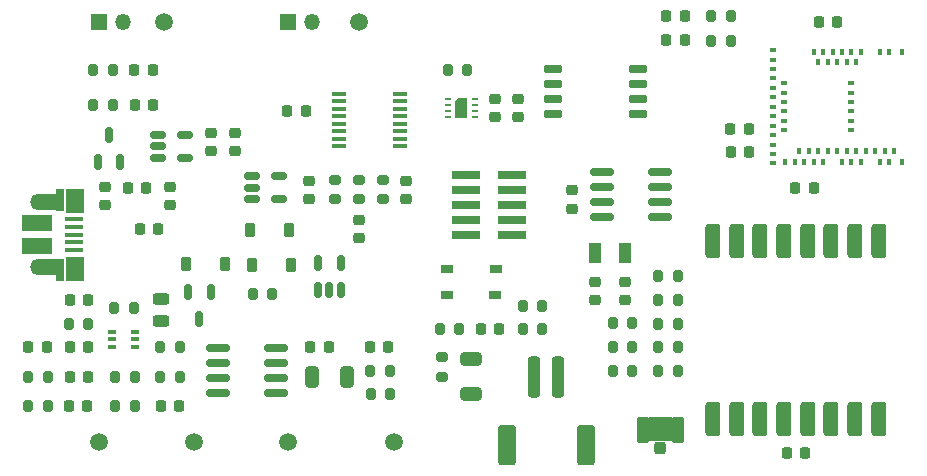
<source format=gbr>
%TF.GenerationSoftware,KiCad,Pcbnew,9.0.0*%
%TF.CreationDate,2025-03-04T10:40:36+01:00*%
%TF.ProjectId,mdbt_lora_board,6d646274-5f6c-46f7-9261-5f626f617264,v0.2*%
%TF.SameCoordinates,Original*%
%TF.FileFunction,Soldermask,Top*%
%TF.FilePolarity,Negative*%
%FSLAX46Y46*%
G04 Gerber Fmt 4.6, Leading zero omitted, Abs format (unit mm)*
G04 Created by KiCad (PCBNEW 9.0.0) date 2025-03-04 10:40:36*
%MOMM*%
%LPD*%
G01*
G04 APERTURE LIST*
G04 Aperture macros list*
%AMRoundRect*
0 Rectangle with rounded corners*
0 $1 Rounding radius*
0 $2 $3 $4 $5 $6 $7 $8 $9 X,Y pos of 4 corners*
0 Add a 4 corners polygon primitive as box body*
4,1,4,$2,$3,$4,$5,$6,$7,$8,$9,$2,$3,0*
0 Add four circle primitives for the rounded corners*
1,1,$1+$1,$2,$3*
1,1,$1+$1,$4,$5*
1,1,$1+$1,$6,$7*
1,1,$1+$1,$8,$9*
0 Add four rect primitives between the rounded corners*
20,1,$1+$1,$2,$3,$4,$5,0*
20,1,$1+$1,$4,$5,$6,$7,0*
20,1,$1+$1,$6,$7,$8,$9,0*
20,1,$1+$1,$8,$9,$2,$3,0*%
%AMFreePoly0*
4,1,6,0.500000,-0.850000,-0.500000,-0.850000,-0.500000,0.550000,-0.200000,0.850000,0.500000,0.850000,0.500000,-0.850000,0.500000,-0.850000,$1*%
G04 Aperture macros list end*
%ADD10R,1.350000X1.350000*%
%ADD11O,1.350000X1.350000*%
%ADD12RoundRect,0.150000X-0.512500X-0.150000X0.512500X-0.150000X0.512500X0.150000X-0.512500X0.150000X0*%
%ADD13RoundRect,0.200000X0.200000X0.275000X-0.200000X0.275000X-0.200000X-0.275000X0.200000X-0.275000X0*%
%ADD14RoundRect,0.225000X-0.225000X-0.250000X0.225000X-0.250000X0.225000X0.250000X-0.225000X0.250000X0*%
%ADD15RoundRect,0.200000X-0.200000X-0.275000X0.200000X-0.275000X0.200000X0.275000X-0.200000X0.275000X0*%
%ADD16C,1.500000*%
%ADD17RoundRect,0.225000X-0.250000X0.225000X-0.250000X-0.225000X0.250000X-0.225000X0.250000X0.225000X0*%
%ADD18RoundRect,0.225000X0.225000X0.250000X-0.225000X0.250000X-0.225000X-0.250000X0.225000X-0.250000X0*%
%ADD19RoundRect,0.243750X-0.456250X0.243750X-0.456250X-0.243750X0.456250X-0.243750X0.456250X0.243750X0*%
%ADD20R,1.050000X0.650000*%
%ADD21RoundRect,0.225000X0.225000X0.375000X-0.225000X0.375000X-0.225000X-0.375000X0.225000X-0.375000X0*%
%ADD22RoundRect,0.150000X0.150000X-0.512500X0.150000X0.512500X-0.150000X0.512500X-0.150000X-0.512500X0*%
%ADD23RoundRect,0.200000X-0.275000X0.200000X-0.275000X-0.200000X0.275000X-0.200000X0.275000X0.200000X0*%
%ADD24RoundRect,0.225000X0.250000X-0.225000X0.250000X0.225000X-0.250000X0.225000X-0.250000X-0.225000X0*%
%ADD25RoundRect,0.250000X-0.250000X-1.500000X0.250000X-1.500000X0.250000X1.500000X-0.250000X1.500000X0*%
%ADD26RoundRect,0.250001X-0.499999X-1.449999X0.499999X-1.449999X0.499999X1.449999X-0.499999X1.449999X0*%
%ADD27RoundRect,0.200000X0.275000X-0.200000X0.275000X0.200000X-0.275000X0.200000X-0.275000X-0.200000X0*%
%ADD28RoundRect,0.250000X0.250000X-0.275000X0.250000X0.275000X-0.250000X0.275000X-0.250000X-0.275000X0*%
%ADD29RoundRect,0.250000X0.275000X-0.850000X0.275000X0.850000X-0.275000X0.850000X-0.275000X-0.850000X0*%
%ADD30RoundRect,0.150000X-0.825000X-0.150000X0.825000X-0.150000X0.825000X0.150000X-0.825000X0.150000X0*%
%ADD31RoundRect,0.225000X-0.225000X-0.375000X0.225000X-0.375000X0.225000X0.375000X-0.225000X0.375000X0*%
%ADD32RoundRect,0.250000X-0.650000X0.325000X-0.650000X-0.325000X0.650000X-0.325000X0.650000X0.325000X0*%
%ADD33RoundRect,0.250000X0.325000X0.650000X-0.325000X0.650000X-0.325000X-0.650000X0.325000X-0.650000X0*%
%ADD34R,1.200000X0.400000*%
%ADD35R,1.000000X1.800000*%
%ADD36RoundRect,0.218750X-0.218750X-0.256250X0.218750X-0.256250X0.218750X0.256250X-0.218750X0.256250X0*%
%ADD37RoundRect,0.150000X-0.150000X0.512500X-0.150000X-0.512500X0.150000X-0.512500X0.150000X0.512500X0*%
%ADD38R,0.406400X0.609600*%
%ADD39R,0.609600X0.406400*%
%ADD40R,1.650000X0.400000*%
%ADD41R,0.700000X1.825000*%
%ADD42R,1.500000X2.000000*%
%ADD43R,2.000000X1.350000*%
%ADD44O,1.700000X1.350000*%
%ADD45O,1.500000X1.100000*%
%ADD46R,2.500000X1.430000*%
%ADD47RoundRect,0.317500X-0.317500X1.157500X-0.317500X-1.157500X0.317500X-1.157500X0.317500X1.157500X0*%
%ADD48RoundRect,0.150000X0.650000X0.150000X-0.650000X0.150000X-0.650000X-0.150000X0.650000X-0.150000X0*%
%ADD49RoundRect,0.218750X0.218750X0.256250X-0.218750X0.256250X-0.218750X-0.256250X0.218750X-0.256250X0*%
%ADD50R,0.550000X0.250000*%
%ADD51FreePoly0,0.000000*%
%ADD52RoundRect,0.100000X-0.225000X-0.100000X0.225000X-0.100000X0.225000X0.100000X-0.225000X0.100000X0*%
%ADD53R,2.400000X0.740000*%
G04 APERTURE END LIST*
%TO.C,J5*%
G36*
X154085000Y-97490000D02*
G01*
X155965000Y-97490000D01*
X155965000Y-95400000D01*
X154085000Y-95400000D01*
X154085000Y-97490000D01*
G37*
%TD*%
D10*
%TO.C,J2*%
X107500000Y-62000000D03*
D11*
X109500000Y-62000000D03*
%TD*%
D12*
%TO.C,U1*%
X112500000Y-71550000D03*
X112500000Y-72500000D03*
X112500000Y-73450000D03*
X114775000Y-73450000D03*
X114775000Y-71550000D03*
%TD*%
D13*
%TO.C,R12*%
X145000000Y-88000000D03*
X143350000Y-88000000D03*
%TD*%
D14*
%TO.C,C16*%
X104950000Y-94500000D03*
X106500000Y-94500000D03*
%TD*%
D15*
%TO.C,R19*%
X101500000Y-92000000D03*
X103150000Y-92000000D03*
%TD*%
D13*
%TO.C,R1*%
X110425000Y-86200000D03*
X108775000Y-86200000D03*
%TD*%
D15*
%TO.C,R23*%
X101500000Y-94500000D03*
X103150000Y-94500000D03*
%TD*%
D16*
%TO.C,TP5*%
X115500000Y-97500000D03*
%TD*%
D14*
%TO.C,C15*%
X125380000Y-89500000D03*
X126930000Y-89500000D03*
%TD*%
D17*
%TO.C,C6*%
X119000000Y-71330000D03*
X119000000Y-72880000D03*
%TD*%
%TO.C,C21*%
X149500000Y-83950000D03*
X149500000Y-85500000D03*
%TD*%
%TO.C,C35*%
X147500000Y-76225000D03*
X147500000Y-77775000D03*
%TD*%
D18*
%TO.C,C19*%
X167275000Y-98500000D03*
X165725000Y-98500000D03*
%TD*%
D13*
%TO.C,R11*%
X145000000Y-86000000D03*
X143350000Y-86000000D03*
%TD*%
D15*
%TO.C,R5*%
X154850000Y-83500000D03*
X156500000Y-83500000D03*
%TD*%
D17*
%TO.C,C4*%
X113500000Y-75950000D03*
X113500000Y-77500000D03*
%TD*%
D15*
%TO.C,R14*%
X136350000Y-88000000D03*
X138000000Y-88000000D03*
%TD*%
D19*
%TO.C,F1*%
X112755000Y-85432500D03*
X112755000Y-87307500D03*
%TD*%
D20*
%TO.C,SW1*%
X136925000Y-82925000D03*
X141075000Y-82925000D03*
X136925000Y-85075000D03*
X141050000Y-85075000D03*
%TD*%
D14*
%TO.C,C17*%
X105000000Y-92000000D03*
X106550000Y-92000000D03*
%TD*%
D21*
%TO.C,D4*%
X123725000Y-82550000D03*
X120425000Y-82550000D03*
%TD*%
D15*
%TO.C,R32*%
X154850000Y-91500000D03*
X156500000Y-91500000D03*
%TD*%
D22*
%TO.C,U5*%
X126050000Y-84637500D03*
X127000000Y-84637500D03*
X127950000Y-84637500D03*
X127950000Y-82362500D03*
X126050000Y-82362500D03*
%TD*%
D15*
%TO.C,R22*%
X108850000Y-92000000D03*
X110500000Y-92000000D03*
%TD*%
D23*
%TO.C,R13*%
X136500000Y-90350000D03*
X136500000Y-92000000D03*
%TD*%
D24*
%TO.C,C34*%
X141000000Y-70045000D03*
X141000000Y-68495000D03*
%TD*%
D25*
%TO.C,J4*%
X144350000Y-92000000D03*
X146350000Y-92000000D03*
D26*
X142000000Y-97750000D03*
X148700000Y-97750000D03*
%TD*%
D10*
%TO.C,J3*%
X123500000Y-62000000D03*
D11*
X125500000Y-62000000D03*
%TD*%
D27*
%TO.C,R40*%
X129500000Y-77000000D03*
X129500000Y-75350000D03*
%TD*%
D16*
%TO.C,TP4*%
X123500000Y-97500000D03*
%TD*%
D24*
%TO.C,C8*%
X125275000Y-76995000D03*
X125275000Y-75445000D03*
%TD*%
D23*
%TO.C,R6*%
X127500000Y-75350000D03*
X127500000Y-77000000D03*
%TD*%
D15*
%TO.C,R35*%
X151000000Y-87480000D03*
X152650000Y-87480000D03*
%TD*%
D28*
%TO.C,J5*%
X155025000Y-98025000D03*
D29*
X153550000Y-96500000D03*
X156500000Y-96500000D03*
%TD*%
D17*
%TO.C,C5*%
X117000000Y-71330000D03*
X117000000Y-72880000D03*
%TD*%
D18*
%TO.C,C32*%
X168000000Y-76000000D03*
X166450000Y-76000000D03*
%TD*%
D13*
%TO.C,R3*%
X108650000Y-69000000D03*
X107000000Y-69000000D03*
%TD*%
D15*
%TO.C,R16*%
X130500000Y-93500000D03*
X132150000Y-93500000D03*
%TD*%
D30*
%TO.C,U4*%
X117550000Y-89595000D03*
X117550000Y-90865000D03*
X117550000Y-92135000D03*
X117550000Y-93405000D03*
X122500000Y-93405000D03*
X122500000Y-92135000D03*
X122500000Y-90865000D03*
X122500000Y-89595000D03*
%TD*%
D15*
%TO.C,R21*%
X120500000Y-85000000D03*
X122150000Y-85000000D03*
%TD*%
D31*
%TO.C,D1*%
X114850000Y-82500000D03*
X118150000Y-82500000D03*
%TD*%
D15*
%TO.C,R4*%
X154850000Y-85500000D03*
X156500000Y-85500000D03*
%TD*%
D32*
%TO.C,C9*%
X139000000Y-90525000D03*
X139000000Y-93475000D03*
%TD*%
D18*
%TO.C,C27*%
X162500000Y-71000000D03*
X160950000Y-71000000D03*
%TD*%
%TO.C,C10*%
X141400000Y-88000000D03*
X139850000Y-88000000D03*
%TD*%
D33*
%TO.C,C12*%
X128450000Y-92000000D03*
X125500000Y-92000000D03*
%TD*%
D15*
%TO.C,R29*%
X159350000Y-63540000D03*
X161000000Y-63540000D03*
%TD*%
D34*
%TO.C,U14*%
X127800000Y-68055000D03*
X127800000Y-68690000D03*
X127800000Y-69325000D03*
X127800000Y-69960000D03*
X127800000Y-70595000D03*
X127800000Y-71230000D03*
X127800000Y-71865000D03*
X127800000Y-72500000D03*
X133000000Y-72500000D03*
X133000000Y-71865000D03*
X133000000Y-71230000D03*
X133000000Y-70595000D03*
X133000000Y-69960000D03*
X133000000Y-69325000D03*
X133000000Y-68690000D03*
X133000000Y-68055000D03*
%TD*%
D15*
%TO.C,R18*%
X112675000Y-92000000D03*
X114325000Y-92000000D03*
%TD*%
D17*
%TO.C,C3*%
X108000000Y-75950000D03*
X108000000Y-77500000D03*
%TD*%
D15*
%TO.C,R31*%
X154850000Y-89500000D03*
X156500000Y-89500000D03*
%TD*%
D16*
%TO.C,TP1*%
X113000000Y-62000000D03*
%TD*%
D15*
%TO.C,R15*%
X108850000Y-94500000D03*
X110500000Y-94500000D03*
%TD*%
%TO.C,R33*%
X137000000Y-66000000D03*
X138650000Y-66000000D03*
%TD*%
%TO.C,R34*%
X154850000Y-87500000D03*
X156500000Y-87500000D03*
%TD*%
D35*
%TO.C,Y1*%
X152000000Y-81500000D03*
X149500000Y-81500000D03*
%TD*%
D15*
%TO.C,R17*%
X130450000Y-91500000D03*
X132100000Y-91500000D03*
%TD*%
D18*
%TO.C,C7*%
X170000000Y-62000000D03*
X168450000Y-62000000D03*
%TD*%
D24*
%TO.C,C33*%
X143000000Y-70045000D03*
X143000000Y-68495000D03*
%TD*%
D36*
%TO.C,D12*%
X155500000Y-63500000D03*
X157075000Y-63500000D03*
%TD*%
D18*
%TO.C,C1*%
X106550000Y-85500000D03*
X105000000Y-85500000D03*
%TD*%
D16*
%TO.C,TP3*%
X132500000Y-97500000D03*
%TD*%
D37*
%TO.C,Q1*%
X116950000Y-84862500D03*
X115050000Y-84862500D03*
X116000000Y-87137500D03*
%TD*%
D24*
%TO.C,C25*%
X133500000Y-77000000D03*
X133500000Y-75450000D03*
%TD*%
D18*
%TO.C,C23*%
X125000000Y-69500000D03*
X123450000Y-69500000D03*
%TD*%
D36*
%TO.C,D11*%
X155500000Y-61500000D03*
X157075000Y-61500000D03*
%TD*%
D38*
%TO.C,U6*%
X175499999Y-64500002D03*
X174400000Y-64500002D03*
X173599999Y-64500002D03*
X172000001Y-64500002D03*
X171600001Y-65400002D03*
X171200000Y-64500002D03*
X170800000Y-65400002D03*
X170399999Y-64500002D03*
X169999999Y-65400002D03*
X169600001Y-64500002D03*
X169200001Y-65400002D03*
X168800000Y-64500002D03*
X168400000Y-65400002D03*
X168000001Y-64500002D03*
D39*
X164599999Y-64349999D03*
X164599999Y-65150000D03*
X164599999Y-65950001D03*
X164599999Y-66750000D03*
X165499999Y-67150000D03*
X164599999Y-67550001D03*
X165499999Y-67950001D03*
X164599999Y-68349999D03*
X165499999Y-68749999D03*
X164599999Y-69150000D03*
X165499999Y-69550000D03*
X164599999Y-69950001D03*
X165499999Y-70350001D03*
X164599999Y-70749999D03*
X165499999Y-71149999D03*
X164599999Y-71550000D03*
X164599999Y-72349999D03*
X164599999Y-73150000D03*
X164599999Y-73949998D03*
D38*
X165600001Y-73799998D03*
X166400001Y-73799998D03*
X166800001Y-72899998D03*
X167200001Y-73799998D03*
X167600001Y-72899998D03*
X168000000Y-73799998D03*
X168400000Y-72899998D03*
X168800001Y-73799998D03*
X169200001Y-72899998D03*
X169999999Y-72899998D03*
X170399999Y-73799998D03*
X170800000Y-72899998D03*
X171200000Y-73799998D03*
X171600001Y-72899998D03*
X172000001Y-73799998D03*
X172400001Y-72899998D03*
X173199999Y-72899998D03*
X173599999Y-73799998D03*
X174000000Y-72899998D03*
X174400000Y-73799998D03*
X174800000Y-72899998D03*
X175499999Y-73799998D03*
D39*
X171199999Y-67150000D03*
X171199999Y-67950001D03*
X171199999Y-68749999D03*
X171199999Y-69550000D03*
X171199999Y-70350001D03*
X171199999Y-71149999D03*
%TD*%
D15*
%TO.C,R7*%
X107000000Y-66000000D03*
X108650000Y-66000000D03*
%TD*%
D22*
%TO.C,U2*%
X107412500Y-73812500D03*
X109312500Y-73812500D03*
X108362500Y-71537500D03*
%TD*%
D36*
%TO.C,L1*%
X109925000Y-76000000D03*
X111500000Y-76000000D03*
%TD*%
D14*
%TO.C,C14*%
X112725000Y-94500000D03*
X114275000Y-94500000D03*
%TD*%
D40*
%TO.C,J1*%
X105380000Y-78675000D03*
X105380000Y-79325000D03*
X105380000Y-79975000D03*
X105380000Y-80625000D03*
X105380000Y-81275000D03*
D41*
X104180000Y-77025000D03*
D42*
X105480000Y-77125000D03*
D43*
X103430000Y-77245000D03*
D44*
X102500000Y-77245000D03*
D45*
X105500000Y-77555000D03*
D46*
X102230000Y-79015000D03*
X102230000Y-80935000D03*
D45*
X105500000Y-82395000D03*
D44*
X102500000Y-82705000D03*
D43*
X103430000Y-82725000D03*
D42*
X105500000Y-82875000D03*
D41*
X104180000Y-82975000D03*
%TD*%
D18*
%TO.C,C2*%
X112500000Y-79500000D03*
X110950000Y-79500000D03*
%TD*%
D30*
%TO.C,U9*%
X150050000Y-74690000D03*
X150050000Y-75960000D03*
X150050000Y-77230000D03*
X150050000Y-78500000D03*
X155000000Y-78500000D03*
X155000000Y-77230000D03*
X155000000Y-75960000D03*
X155000000Y-74690000D03*
%TD*%
D16*
%TO.C,TP2*%
X129500000Y-62000000D03*
%TD*%
D14*
%TO.C,C11*%
X101500000Y-89500000D03*
X103050000Y-89500000D03*
%TD*%
D47*
%TO.C,U7*%
X173500000Y-80500000D03*
X171500000Y-80500000D03*
X169500000Y-80500000D03*
X167500000Y-80500000D03*
X165500000Y-80500000D03*
X163500000Y-80500000D03*
X161500000Y-80500000D03*
X159500000Y-80500000D03*
X159500000Y-95550000D03*
X161500000Y-95550000D03*
X163500000Y-95550000D03*
X165500000Y-95550000D03*
X167500000Y-95550000D03*
X169500000Y-95550000D03*
X171500000Y-95550000D03*
X173500000Y-95550000D03*
%TD*%
D23*
%TO.C,R41*%
X131500000Y-75350000D03*
X131500000Y-77000000D03*
%TD*%
D15*
%TO.C,R2*%
X104950000Y-87500000D03*
X106600000Y-87500000D03*
%TD*%
%TO.C,R20*%
X112675000Y-89500000D03*
X114325000Y-89500000D03*
%TD*%
D21*
%TO.C,D5*%
X123575000Y-79550000D03*
X120275000Y-79550000D03*
%TD*%
D48*
%TO.C,U10*%
X153100000Y-69795000D03*
X153100000Y-68525000D03*
X153100000Y-67255000D03*
X153100000Y-65985000D03*
X145900000Y-65985000D03*
X145900000Y-67255000D03*
X145900000Y-68525000D03*
X145900000Y-69795000D03*
%TD*%
D14*
%TO.C,C24*%
X130450000Y-89500000D03*
X132000000Y-89500000D03*
%TD*%
D49*
%TO.C,D3*%
X112075000Y-69000000D03*
X110500000Y-69000000D03*
%TD*%
D12*
%TO.C,U3*%
X120487500Y-75050000D03*
X120487500Y-76000000D03*
X120487500Y-76950000D03*
X122762500Y-76950000D03*
X122762500Y-75050000D03*
%TD*%
D18*
%TO.C,C22*%
X162550000Y-73000000D03*
X161000000Y-73000000D03*
%TD*%
D14*
%TO.C,C13*%
X105000000Y-89500000D03*
X106550000Y-89500000D03*
%TD*%
D15*
%TO.C,R36*%
X151000000Y-89500000D03*
X152650000Y-89500000D03*
%TD*%
D16*
%TO.C,TP6*%
X107500000Y-97500000D03*
%TD*%
D50*
%TO.C,U11*%
X137000000Y-68500000D03*
X137000000Y-69000000D03*
X137000000Y-69500000D03*
X137000000Y-70000000D03*
X139350000Y-70000000D03*
X139350000Y-69500000D03*
X139350000Y-69000000D03*
X139350000Y-68500000D03*
D51*
X138175000Y-69250000D03*
%TD*%
D13*
%TO.C,R28*%
X161000000Y-61500000D03*
X159350000Y-61500000D03*
%TD*%
D49*
%TO.C,D6*%
X112035000Y-66000000D03*
X110460000Y-66000000D03*
%TD*%
D15*
%TO.C,R37*%
X151000000Y-91500000D03*
X152650000Y-91500000D03*
%TD*%
D24*
%TO.C,C26*%
X129500000Y-80275000D03*
X129500000Y-78725000D03*
%TD*%
D17*
%TO.C,C20*%
X152000000Y-83950000D03*
X152000000Y-85500000D03*
%TD*%
D52*
%TO.C,D2*%
X108600000Y-88200000D03*
X108600000Y-88850000D03*
X108600000Y-89500000D03*
X110500000Y-89500000D03*
X110500000Y-88850000D03*
X110500000Y-88200000D03*
%TD*%
D53*
%TO.C,J6*%
X138600000Y-74960000D03*
X142500000Y-74960000D03*
X138600000Y-76230000D03*
X142500000Y-76230000D03*
X138600000Y-77500000D03*
X142500000Y-77500000D03*
X138600000Y-78770000D03*
X142500000Y-78770000D03*
X138600000Y-80040000D03*
X142500000Y-80040000D03*
%TD*%
M02*

</source>
